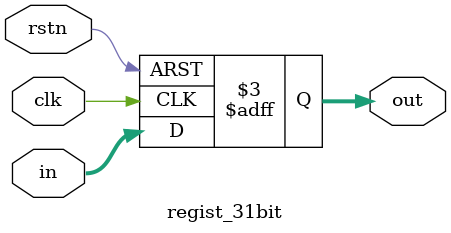
<source format=v>

module regist_31bit(
//-----input-----
  clk,
  rstn,
  in,
//-----output-----
  out
);

input clk;
input rstn;
input [30:0]in;
output [30:0]out;
reg [30:0]out;

always@(posedge clk or negedge rstn)
begin
  if(!rstn)
    begin
      out<=31'b0;
    end
  else
    begin
      out<=in;
    end
end

endmodule

</source>
